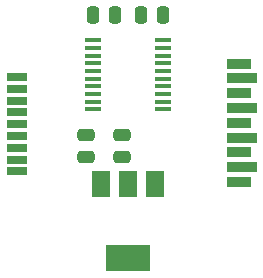
<source format=gtp>
%TF.GenerationSoftware,KiCad,Pcbnew,7.0.0-da2b9df05c~163~ubuntu22.04.1*%
%TF.CreationDate,2023-02-20T00:02:51+00:00*%
%TF.ProjectId,levelshifter,6c657665-6c73-4686-9966-7465722e6b69,rev?*%
%TF.SameCoordinates,Original*%
%TF.FileFunction,Paste,Top*%
%TF.FilePolarity,Positive*%
%FSLAX46Y46*%
G04 Gerber Fmt 4.6, Leading zero omitted, Abs format (unit mm)*
G04 Created by KiCad (PCBNEW 7.0.0-da2b9df05c~163~ubuntu22.04.1) date 2023-02-20 00:02:51*
%MOMM*%
%LPD*%
G01*
G04 APERTURE LIST*
G04 Aperture macros list*
%AMRoundRect*
0 Rectangle with rounded corners*
0 $1 Rounding radius*
0 $2 $3 $4 $5 $6 $7 $8 $9 X,Y pos of 4 corners*
0 Add a 4 corners polygon primitive as box body*
4,1,4,$2,$3,$4,$5,$6,$7,$8,$9,$2,$3,0*
0 Add four circle primitives for the rounded corners*
1,1,$1+$1,$2,$3*
1,1,$1+$1,$4,$5*
1,1,$1+$1,$6,$7*
1,1,$1+$1,$8,$9*
0 Add four rect primitives between the rounded corners*
20,1,$1+$1,$2,$3,$4,$5,0*
20,1,$1+$1,$4,$5,$6,$7,0*
20,1,$1+$1,$6,$7,$8,$9,0*
20,1,$1+$1,$8,$9,$2,$3,0*%
G04 Aperture macros list end*
%ADD10R,1.500000X2.200000*%
%ADD11R,3.800000X2.200000*%
%ADD12R,2.600000X0.900000*%
%ADD13R,2.150000X0.900000*%
%ADD14R,1.800000X0.700000*%
%ADD15R,1.475000X0.450000*%
%ADD16RoundRect,0.250000X-0.250000X-0.475000X0.250000X-0.475000X0.250000X0.475000X-0.250000X0.475000X0*%
%ADD17RoundRect,0.250000X0.250000X0.475000X-0.250000X0.475000X-0.250000X-0.475000X0.250000X-0.475000X0*%
%ADD18RoundRect,0.250000X0.475000X-0.250000X0.475000X0.250000X-0.475000X0.250000X-0.475000X-0.250000X0*%
G04 APERTURE END LIST*
D10*
%TO.C,U1*%
X146035999Y-95655999D03*
X148335999Y-95655999D03*
X150635999Y-95655999D03*
D11*
X148335999Y-101955999D03*
%TD*%
D12*
%TO.C,J2*%
X157966499Y-94225999D03*
X157966499Y-91725999D03*
X157966499Y-89225999D03*
X157966499Y-86725999D03*
D13*
X157741499Y-85475999D03*
X157741499Y-87975999D03*
X157741499Y-90475999D03*
X157741499Y-92975999D03*
X157741499Y-95475999D03*
%TD*%
D14*
%TO.C,J1*%
X138926999Y-93599999D03*
X138926999Y-91599999D03*
X138926999Y-89599999D03*
X138926999Y-87599999D03*
X138926999Y-86599999D03*
X138926999Y-88599999D03*
X138926999Y-90599999D03*
X138926999Y-92599999D03*
X138926999Y-94599999D03*
%TD*%
D15*
%TO.C,IC1*%
X145405999Y-83486999D03*
X145405999Y-84136999D03*
X145405999Y-84786999D03*
X145405999Y-85436999D03*
X145405999Y-86086999D03*
X145405999Y-86736999D03*
X145405999Y-87386999D03*
X145405999Y-88036999D03*
X145405999Y-88686999D03*
X145405999Y-89336999D03*
X151281999Y-89336999D03*
X151281999Y-88686999D03*
X151281999Y-88036999D03*
X151281999Y-87386999D03*
X151281999Y-86736999D03*
X151281999Y-86086999D03*
X151281999Y-85436999D03*
X151281999Y-84786999D03*
X151281999Y-84136999D03*
X151281999Y-83486999D03*
%TD*%
D16*
%TO.C,C4*%
X145362000Y-81332000D03*
X147262000Y-81332000D03*
%TD*%
D17*
%TO.C,C3*%
X151326000Y-81332000D03*
X149426000Y-81332000D03*
%TD*%
D18*
%TO.C,C2*%
X147828000Y-93406000D03*
X147828000Y-91506000D03*
%TD*%
%TO.C,C1*%
X144780000Y-93406000D03*
X144780000Y-91506000D03*
%TD*%
M02*

</source>
